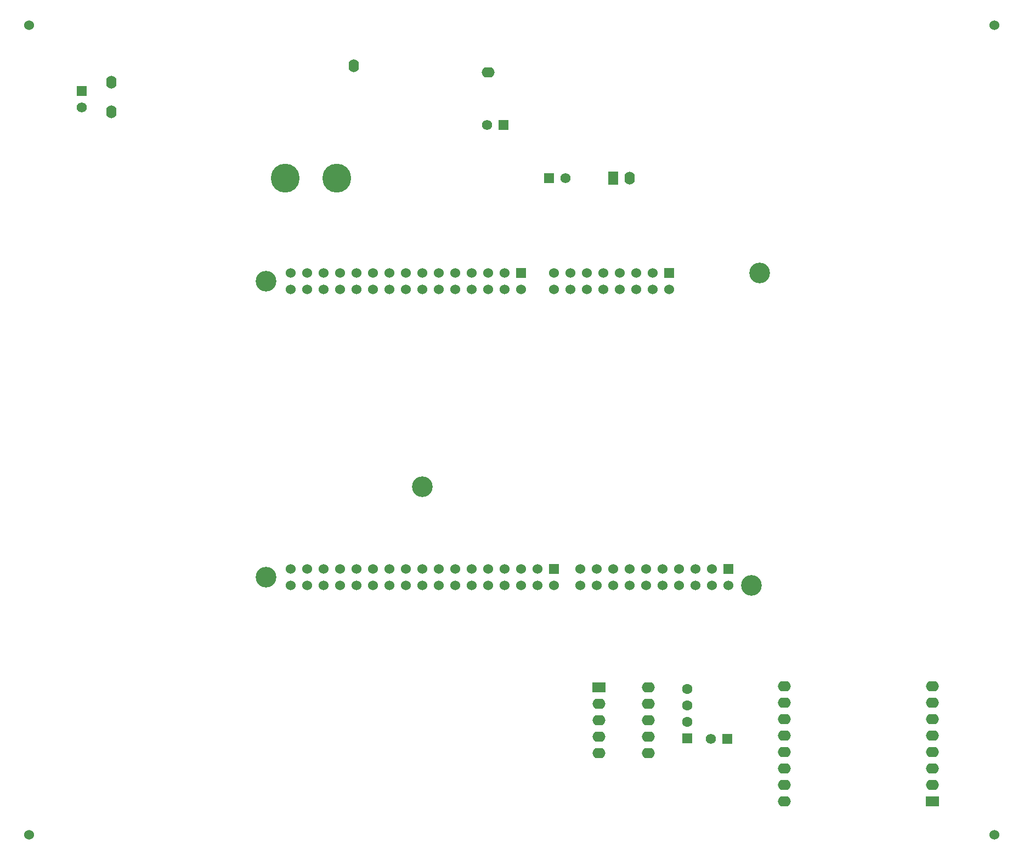
<source format=gbr>
G04*
G04 #@! TF.GenerationSoftware,Altium Limited,Altium Designer,23.0.1 (38)*
G04*
G04 Layer_Color=255*
%FSLAX25Y25*%
%MOIN*%
G70*
G04*
G04 #@! TF.SameCoordinates,96643D2F-BE8E-4E12-8B93-A60CB91944C5*
G04*
G04*
G04 #@! TF.FilePolarity,Positive*
G04*
G01*
G75*
%ADD29C,0.06181*%
%ADD30R,0.06181X0.06181*%
%ADD31R,0.06181X0.06181*%
%ADD33C,0.06000*%
%ADD34C,0.17559*%
%ADD35R,0.06299X0.07874*%
%ADD36O,0.06299X0.07874*%
%ADD37C,0.06024*%
%ADD38R,0.06024X0.06024*%
%ADD39C,0.12598*%
%ADD40O,0.07874X0.06299*%
%ADD41R,0.07874X0.06299*%
%ADD42R,0.06299X0.06299*%
%ADD43C,0.06299*%
D29*
X290000Y443500D02*
D03*
X426000Y70000D02*
D03*
X337500Y411000D02*
D03*
X43500Y454000D02*
D03*
D30*
X300000Y443500D02*
D03*
X436000Y70000D02*
D03*
X327500Y411000D02*
D03*
D31*
X43500Y464000D02*
D03*
D33*
X11811Y11811D02*
D03*
Y503937D02*
D03*
X598425Y11811D02*
D03*
Y503937D02*
D03*
D34*
X167252Y411000D02*
D03*
X198748D02*
D03*
D35*
X366500D02*
D03*
D36*
X376500D02*
D03*
X61500Y451500D02*
D03*
Y469500D02*
D03*
X209000Y479500D02*
D03*
D37*
X240520Y343500D02*
D03*
X230520D02*
D03*
X210520D02*
D03*
X400520D02*
D03*
X390520Y353500D02*
D03*
Y343500D02*
D03*
X380520Y353500D02*
D03*
Y343500D02*
D03*
X370520Y353500D02*
D03*
Y343500D02*
D03*
X360520Y353500D02*
D03*
Y343500D02*
D03*
X350520Y353500D02*
D03*
Y343500D02*
D03*
X340520Y353500D02*
D03*
Y343500D02*
D03*
X330520Y353500D02*
D03*
Y343500D02*
D03*
X310520D02*
D03*
X300520Y353500D02*
D03*
Y343500D02*
D03*
X290520Y353500D02*
D03*
Y343500D02*
D03*
X280520Y353500D02*
D03*
Y343500D02*
D03*
X270520Y353500D02*
D03*
Y343500D02*
D03*
X260520Y353500D02*
D03*
Y343500D02*
D03*
X250520Y353500D02*
D03*
Y343500D02*
D03*
X240520Y353500D02*
D03*
X230520D02*
D03*
X220520D02*
D03*
Y343500D02*
D03*
X210520Y353500D02*
D03*
X200520D02*
D03*
Y343500D02*
D03*
X190520Y353500D02*
D03*
Y343500D02*
D03*
X180520Y353500D02*
D03*
Y343500D02*
D03*
X436520Y163500D02*
D03*
X330520D02*
D03*
X320520Y173500D02*
D03*
Y163500D02*
D03*
X310520Y173500D02*
D03*
Y163500D02*
D03*
X300520Y173500D02*
D03*
Y163500D02*
D03*
X290520Y173500D02*
D03*
Y163500D02*
D03*
X280520Y173500D02*
D03*
Y163500D02*
D03*
X270520Y173500D02*
D03*
Y163500D02*
D03*
X260520Y173500D02*
D03*
Y163500D02*
D03*
X250520Y173500D02*
D03*
Y163500D02*
D03*
X240520Y173500D02*
D03*
Y163500D02*
D03*
X230520Y173500D02*
D03*
Y163500D02*
D03*
X220520Y173500D02*
D03*
Y163500D02*
D03*
X210520Y173500D02*
D03*
Y163500D02*
D03*
X200520Y173500D02*
D03*
Y163500D02*
D03*
X190520Y173500D02*
D03*
Y163500D02*
D03*
X180520Y173500D02*
D03*
Y163500D02*
D03*
X426520Y173500D02*
D03*
Y163500D02*
D03*
X416520Y173500D02*
D03*
Y163500D02*
D03*
X406520Y173500D02*
D03*
Y163500D02*
D03*
X396520Y173500D02*
D03*
Y163500D02*
D03*
X386520Y173500D02*
D03*
Y163500D02*
D03*
X376520Y173500D02*
D03*
Y163500D02*
D03*
X366520Y173500D02*
D03*
Y163500D02*
D03*
X356520Y173500D02*
D03*
Y163500D02*
D03*
X346520Y173500D02*
D03*
Y163500D02*
D03*
X170520Y353500D02*
D03*
Y343500D02*
D03*
Y173500D02*
D03*
Y163500D02*
D03*
D38*
X400520Y353500D02*
D03*
X310520D02*
D03*
X436520Y173500D02*
D03*
X330520D02*
D03*
D39*
X155520Y348500D02*
D03*
Y168500D02*
D03*
X450520Y163500D02*
D03*
X250520Y223500D02*
D03*
X455520Y353500D02*
D03*
D40*
X290500Y475500D02*
D03*
X388000Y61500D02*
D03*
Y71500D02*
D03*
Y81500D02*
D03*
Y91500D02*
D03*
Y101500D02*
D03*
X358000Y61500D02*
D03*
Y71500D02*
D03*
Y81500D02*
D03*
Y91500D02*
D03*
X560500Y42000D02*
D03*
Y52000D02*
D03*
Y62000D02*
D03*
Y72000D02*
D03*
Y82000D02*
D03*
Y92000D02*
D03*
Y102000D02*
D03*
X470500Y32000D02*
D03*
Y42000D02*
D03*
Y52000D02*
D03*
Y62000D02*
D03*
Y72000D02*
D03*
Y82000D02*
D03*
Y92000D02*
D03*
Y102000D02*
D03*
D41*
X358000Y101500D02*
D03*
X560500Y32000D02*
D03*
D42*
X411500Y70500D02*
D03*
D43*
Y80500D02*
D03*
Y90500D02*
D03*
Y100500D02*
D03*
M02*

</source>
